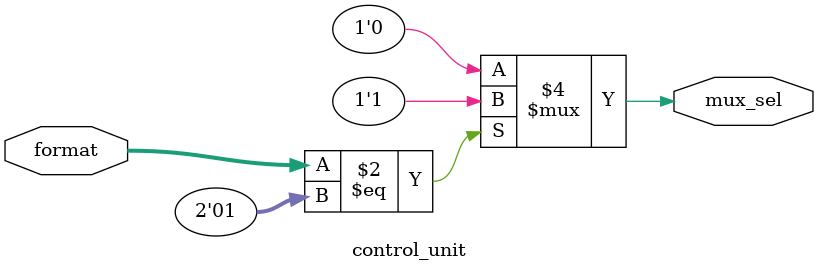
<source format=v>
module control_unit (
    input [1:0] format,
    output reg mux_sel
);

always @(*) begin
    if (format == 2'b01)
        mux_sel = 1'b1; // Immediate
    else
        mux_sel = 1'b0; // Register
end

endmodule


</source>
